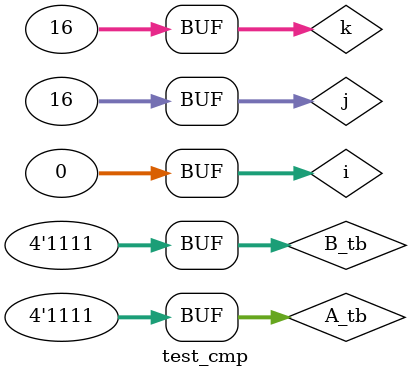
<source format=v>
`timescale 1ns / 1ps


module test_cmp;
    reg [3:0]A_tb;
    reg [3:0]B_tb;
    wire GT_o_tb;
    wire EQ_o_tb;
    wire LT_o_tb;
    
cmp kitty_poop(
    .A(A_tb),
    .B(B_tb),
    .GT_o(GT_o_tb),
    .EQ_o(EQ_o_tb),
    .LT_o(LT_o_tb)
    );
    
integer i, j, k;
    
initial begin
    
    i=0;
    j=0;
    k=0;
    

    for(j=0; j<16; j=j+1)
    begin
        #5 A_tb = j;
        begin
        for(k=0; k<16; k=k+1)
            #5 B_tb = k;
        end
    end

end
    
endmodule

</source>
